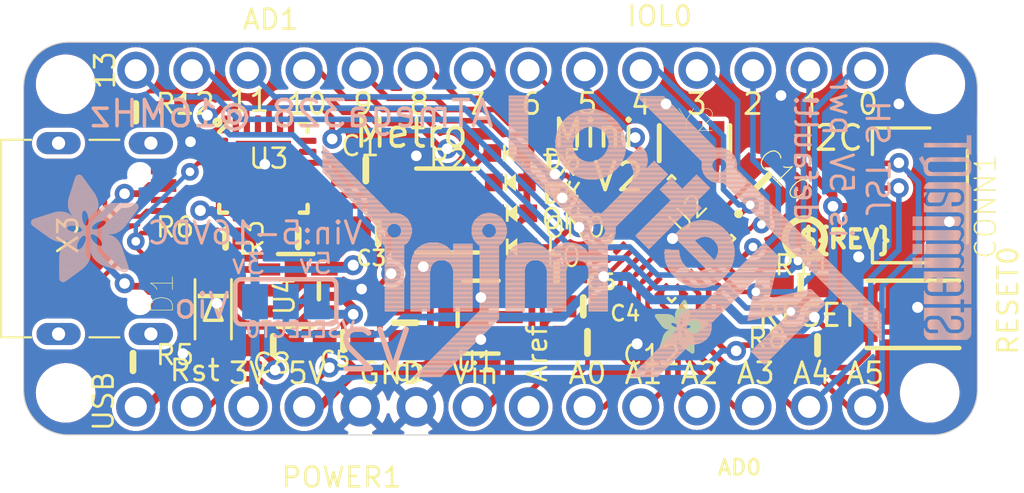
<source format=kicad_pcb>
(kicad_pcb (version 20221018) (generator pcbnew)
  (layers (0 "F.Cu" signal) (31 "B.Cu" signal) (34 "B.Paste" user) (35 "F.Paste" user) (36 "B.SilkS" user "B.Silkscreen") (37 "F.SilkS" user "F.Silkscreen") (38 "B.Mask" user) (39 "F.Mask" user) (44 "Edge.Cuts" user))
  (net 0 "")
  (net 1 "+5V")
  (net 2 "GND")
  (net 3 "AREF")
  (net 4 "RESET")
  (net 5 "VIN")
  (net 6 "SCK")
  (net 7 "MOSI")
  (net 8 "SS")
  (net 9 "DTR")
  (net 10 "XTAL2")
  (net 11 "XTAL1")
  (net 12 "AD0")
  (net 13 "AD1")
  (net 14 "AD2")
  (net 15 "AD3")
  (net 16 "AD4/SDA")
  (net 17 "AD5/SCL")
  (net 18 "IO2")
  (net 19 "IO0")
  (net 20 "IO3")
  (net 21 "IO4")
  (net 22 "IO5")
  (net 23 "IO6")
  (net 24 "IO7")
  (net 25 "IO8")
  (net 26 "IO9")
  (net 27 "3.3V")
  (net 28 "RXD")
  (net 29 "TXD")
  (net 30 "VBUS")
  (net 31 "N$3")
  (net 32 "VCCIO")
  (net 33 "MISO")
  (net 34 "N$1")
  (net 35 "N$12")
  (net 36 "N$15")
  (net 37 "N$6")
  (net 38 "N$7")
  (net 39 "N$4")
  (net 40 "N$2")
  (net 41 "D+")
  (net 42 "D-")
  (net 43 "N$5")
  (net 44 "N$9")
  (net 45 "VBUS_DETECT")
  (footprint "working:BTN_KMR2_4.6X2.8" (layer "F.Cu") (at 167.1701 108.4326)
    (fp_text reference "RESET0")
    (fp_text value "KMR2")
  )
  (footprint "working:0603-NO" (layer "F.Cu") (at 138.2141 109.8296)
    (fp_text reference "C8")
    (fp_text value "0.1uF")
  )
  (footprint "working:1X08_ROUND_70" (layer "F.Cu") (at 140.8811 112.6236)
    (fp_text reference "POWER1")
    (fp_text value "20610" hide)
  )
  (footprint "working:0603-NO" (layer "F.Cu") (at 139.3444 104.9909 180)
    (fp_text reference "R3")
    (fp_text value "22K")
  )
  (footprint "working:0805-NO" (layer "F.Cu") (at 152.4381 109.7026)
    (fp_text reference "C12")
    (fp_text value "10uF")
  )
  (footprint "working:QFN28_4MM_.45MM" (layer "F.Cu") (at 156.2481 105.0036 -135)
    (fp_text reference "U2")
    (fp_text value "ATMEGA328P")
  )
  (footprint "working:FIDUCIAL_1MM" (layer "F.Cu") (at 168.9481 102.5906)
    (fp_text reference "FD2" hide)
    (fp_text value "FIDUCIAL_1MM" hide)
  )
  (footprint "working:0603-NO" (layer "F.Cu") (at 162.8521 109.8296)
    (fp_text reference "R8")
    (fp_text value "10K")
  )
  (footprint "working:0603-NO" (layer "F.Cu") (at 131.9911 99.2886 180)
    (fp_text reference "R1")
    (fp_text value "5.1K")
  )
  (footprint "working:CHIPLED_0603_NOOUTLINE" (layer "F.Cu") (at 149.0091 103.8606 90)
    (fp_text reference "ON0")
    (fp_text value "GREEN")
  )
  (footprint "working:ADAFRUIT_2.5MM" (layer "F.Cu") (at 155.4861 110.2106)
    (fp_text reference "U$5" hide)
    (fp_text value "" hide)
  )
  (footprint "working:0805-NO" (layer "F.Cu") (at 142.9639 104.7496 180)
    (fp_text reference "C3")
    (fp_text value "10uF")
  )
  (footprint "" (layer "F.Cu") (at 128.8161 98.0186)
    (fp_text reference "@HOLE0" hide)
    (fp_text value "")
  )
  (footprint "working:0603-NO" (layer "F.Cu") (at 152.249468 108.073391)
    (fp_text reference "C4")
    (fp_text value "0.1uF")
  )
  (footprint "working:1X06_ROUND" (layer "F.Cu") (at 138.3411 97.3836 180)
    (fp_text reference "AD1")
    (fp_text value "20609" hide)
  )
  (footprint "working:SOD-123FL" (layer "F.Cu") (at 135.4963 108.204 -90)
    (fp_text reference "D1")
    (fp_text value "MBR120")
  )
  (footprint "working:0805-NO" (layer "F.Cu") (at 144.1831 108.8136 -90)
    (fp_text reference "C2")
    (fp_text value "10uF")
  )
  (footprint "working:FIDUCIAL_1MM" (layer "F.Cu") (at 128.6891 102.5906)
    (fp_text reference "FD1" hide)
    (fp_text value "FIDUCIAL_1MM" hide)
  )
  (footprint "working:QFN24_4MM_SMSC" (layer "F.Cu") (at 137.7696 101.8286)
    (fp_text reference "U3")
    (fp_text value "CP210x")
  )
  (footprint "working:RESONATOR" (layer "F.Cu") (at 157.285887 100.6856)
    (fp_text reference "Y2")
    (fp_text value "CSTCE16M0V53-R0 16MHZ")
  )
  (footprint "working:USB_C_CUSB31-CFM2AX-01-X" (layer "F.Cu") (at 129.7051 105.0036 -90)
    (fp_text reference "X3")
    (fp_text value "USB C")
  )
  (footprint "working:RESPACK_4X0603" (layer "F.Cu") (at 146.0881 103.7336 -90)
    (fp_text reference "R2")
    (fp_text value "4.7K")
  )
  (footprint "" (layer "F.Cu") (at 167.9321 111.9886)
    (fp_text reference "@HOLE3" hide)
    (fp_text value "")
  )
  (footprint "working:CHIPLED_0603_NOOUTLINE" (layer "F.Cu") (at 148.8821 101.1301 90)
    (fp_text reference "D5")
    (fp_text value "YELLOW")
  )
  (footprint "working:1X08_ROUND" (layer "F.Cu") (at 156.1211 97.3836)
    (fp_text reference "IOL0")
    (fp_text value "20610" hide)
  )
  (footprint "working:0805-NO" (layer "F.Cu") (at 142.4051 101.8921)
    (fp_text reference "C1")
    (fp_text value "10uF")
  )
  (footprint "working:0603-NO" (layer "F.Cu") (at 162.0901 107.1626)
    (fp_text reference "R11")
    (fp_text value "1K")
  )
  (footprint "" (layer "F.Cu") (at 168.1861 98.0186)
    (fp_text reference "@HOLE2" hide)
    (fp_text value "")
  )
  (footprint "working:1X06_ROUND" (layer "F.Cu") (at 158.6611 112.6236)
    (fp_text reference "AD0")
    (fp_text value "20609")
  )
  (footprint "working:0603-NO" (layer "F.Cu") (at 160.371081 102.417379 135)
    (fp_text reference "C10")
    (fp_text value "0.1uF")
  )
  (footprint "working:PCBFEAT-REV-040" (layer "F.Cu") (at 162.2806 105.0036)
    (fp_text reference "U$4" hide)
    (fp_text value "" hide)
  )
  (footprint "" (layer "F.Cu") (at 128.8161 111.9886)
    (fp_text reference "@HOLE1" hide)
    (fp_text value "")
  )
  (footprint "working:CHIPLED_0603_NOOUTLINE" (layer "F.Cu") (at 149.0091 105.3846 90)
    (fp_text reference "L0")
    (fp_text value "RED")
  )
  (footprint "working:0603-NO" (layer "F.Cu") (at 136.0551 105.0036 180)
    (fp_text reference "R6")
    (fp_text value "10K")
  )
  (footprint "working:0603-NO" (layer "F.Cu") (at 141.3891 109.6391 180)
    (fp_text reference "C5")
    (fp_text value "0.1uF")
  )
  (footprint "working:0603-NO" (layer "F.Cu") (at 151.0411 106.5276)
    (fp_text reference "C6")
    (fp_text value "0.1uF")
  )
  (footprint "working:0603-NO" (layer "F.Cu") (at 131.8641 110.5916 180)
    (fp_text reference "R5")
    (fp_text value "5.1K")
  )
  (footprint "working:CHIPLED_0603_NOOUTLINE" (layer "F.Cu") (at 148.9456 102.4636 90)
    (fp_text reference "D4")
    (fp_text value "YELLOW")
  )
  (footprint "working:JST_SH4" (layer "F.Cu") (at 167.5511 103.0986 90)
    (fp_text reference "CONN1")
    (fp_text value "STEMMA_I2C_QT" hide)
  )
  (footprint "working:SOT23-5" (layer "F.Cu") (at 147.6121 108.5596 90)
    (fp_text reference "U1")
    (fp_text value "MIC5225-5.0")
  )
  (footprint "working:SOT23-5" (layer "F.Cu") (at 139.2301 107.3531 -90)
    (fp_text reference "U4")
    (fp_text value "AP2112K-3.3")
  )
  (footprint "working:SOLDERJUMPER_2WAY_OPEN_NOPASTE" (layer "B.Cu") (at 138.7856 107.8611)
    (fp_text reference "VSELECT0")
    (fp_text value "")
  )
  (footprint "working:STEMMAQT" (layer "B.Cu") (at 167.1701 109.5756 90)
    (fp_text reference "U$6" hide)
    (fp_text value "" hide)
  )
  (footprint "working:METROMINI_SILK" (layer "B.Cu") (at 165.7731 111.2901 180)
    (fp_text reference "U$7" hide)
    (fp_text value "" hide)
  )
  (footprint "working:ADAFRUIT_5MM" (layer "B.Cu") (at 132.1181 106.9721 180)
    (fp_text reference "U$10" hide)
    (fp_text value "" hide)
  )
  (gr_line (start 128.9431 113.8936) (end 168.0591 113.8936) (stroke (width 0.05)) (layer "Edge.Cuts"))
  (gr_arc (start 126.9111 98.1456) (mid 127.506259 96.708759) (end 128.9431 96.1136) (stroke (width 0.05)) (layer "Edge.Cuts"))
  (gr_arc (start 170.0911 111.8616) (mid 169.495941 113.298441) (end 168.0591 113.8936) (stroke (width 0.05)) (layer "Edge.Cuts"))
  (gr_line (start 168.0591 96.1136) (end 128.9431 96.1136) (stroke (width 0.05)) (layer "Edge.Cuts"))
  (gr_arc (start 128.9431 113.8936) (mid 127.506259 113.298441) (end 126.9111 111.8616) (stroke (width 0.05)) (layer "Edge.Cuts"))
  (gr_line (start 170.0911 111.8616) (end 170.0911 98.1456) (stroke (width 0.05)) (layer "Edge.Cuts"))
  (gr_arc (start 168.0591 96.1136) (mid 169.495941 96.708759) (end 170.0911 98.1456) (stroke (width 0.05)) (layer "Edge.Cuts"))
  (gr_line (start 126.9111 98.1456) (end 126.9111 111.8616) (stroke (width 0.05)) (layer "Edge.Cuts"))
  (gr_text "ATmega328 @16MHz" (at 139.0396 99.3521) (layer "B.SilkS") (effects (font (size 1.184656 1.184656) (thickness 0.161544)) (justify mirror)))
  (gr_text "Vio" (at 134.9756 108.0516) (layer "B.SilkS") (effects (font (size 1.1176 1.1176) (thickness 0.1524)) (justify mirror)))
  (gr_text "3v" (at 137.0711 106.1466) (layer "B.SilkS") (effects (font (size 0.89408 0.89408) (thickness 0.12192)) (justify mirror)))
  (gr_text "5v" (at 140.1191 106.1466) (layer "B.SilkS") (effects (font (size 0.89408 0.89408) (thickness 0.12192)) (justify mirror)))
  (gr_text "JST SH\nis 5V pwr\ndefault!" (at 163.9316 101.3841 -90) (layer "B.SilkS") (effects (font (size 1.00584 1.00584) (thickness 0.13716)) (justify mirror)))
  (gr_text "Vin:5-16VDC" (at 137.3886 104.7496) (layer "B.SilkS") (effects (font (size 1.00584 1.00584) (thickness 0.13716)) (justify mirror)))
  (gr_text "V2" (at 142.7861 110.0836) (layer "B.SilkS") (effects (font (size 1.78816 1.78816) (thickness 0.24384)) (justify mirror)))
  (gr_text "L" (at 150.9141 105.3211) (layer "F.SilkS") (effects (font (size 0.89408 0.89408) (thickness 0.12192))))
  (gr_text "A3" (at 160.0581 111.0996) (layer "F.SilkS") (effects (font (size 0.94996 0.94996) (thickness 0.12954))))
  (gr_text "A5" (at 165.0111 111.0996) (layer "F.SilkS") (effects (font (size 0.94996 0.94996) (thickness 0.12954))))
  (gr_text "A4" (at 162.5981 111.0996) (layer "F.SilkS") (effects (font (size 0.94996 0.94996) (thickness 0.12954))))
  (gr_text "13" (at 130.5941 97.3836 90) (layer "F.SilkS") (effects (font (size 0.89408 0.89408) (thickness 0.12192))))
  (gr_text "Vin" (at 147.3581 111.0996) (layer "F.SilkS") (effects (font (size 0.94996 0.94996) (thickness 0.12954))))
  (gr_text "3" (at 157.3911 98.9076) (layer "F.SilkS") (effects (font (size 0.94996 0.94996) (thickness 0.12954))))
  (gr_text "Rst" (at 134.6581 110.9726) (layer "F.SilkS") (effects (font (size 0.94996 0.94996) (thickness 0.12954))))
  (gr_text "0" (at 165.1381 98.9076) (layer "F.SilkS") (effects (font (size 0.94996 0.94996) (thickness 0.12954))))
  (gr_text "A1" (at 154.9781 111.0996) (layer "F.SilkS") (effects (font (size 0.94996 0.94996) (thickness 0.12954))))
  (gr_text "I2C" (at 165.0111 99.7966) (layer "F.SilkS") (effects (font (size 1.1176 1.1176) (thickness 0.1524)) (justify right top)))
  (gr_text "TX" (at 151.1681 101.7016) (layer "F.SilkS") (effects (font (size 0.89408 0.89408) (thickness 0.12192))))
  (gr_text "10" (at 139.7381 98.9076) (layer "F.SilkS") (effects (font (size 0.94996 0.94996) (thickness 0.12954))))
  (gr_text "RESET" (at 160.0581 109.0676) (layer "F.SilkS") (effects (font (size 1.00584 1.00584) (thickness 0.13716)) (justify left bottom)))
  (gr_text "RX" (at 151.2951 102.9716) (layer "F.SilkS") (effects (font (size 0.89408 0.89408) (thickness 0.12192))))
  (gr_text "Metro    Mini" (at 148.2471 100.2411) (layer "F.SilkS") (effects (font (size 1.251712 1.251712) (thickness 0.170688))))
  (gr_text "A2" (at 157.5181 111.0996) (layer "F.SilkS") (effects (font (size 0.94996 0.94996) (thickness 0.12954))))
  (gr_text "V2" (at 153.8351 102.2096) (layer "F.SilkS") (effects (font (size 1.251712 1.251712) (thickness 0.170688))))
  (gr_text "GND" (at 143.5481 111.0996) (layer "F.SilkS") (effects (font (size 0.94996 0.94996) (thickness 0.12954))))
  (gr_text "ON" (at 151.2951 104.1146) (layer "F.SilkS") (effects (font (size 0.89408 0.89408) (thickness 0.12192))))
  (gr_text "7" (at 147.3581 98.9076) (layer "F.SilkS") (effects (font (size 0.94996 0.94996) (thickness 0.12954))))
  (gr_text "12" (at 134.6581 98.9076) (layer "F.SilkS") (effects (font (size 0.94996 0.94996) (thickness 0.12954))))
  (gr_text "5V" (at 139.7381 111.0996) (layer "F.SilkS") (effects (font (size 0.94996 0.94996) (thickness 0.12954))))
  (gr_text "3V" (at 137.0711 111.0996) (layer "F.SilkS") (effects (font (size 0.94996 0.94996) (thickness 0.12954))))
  (gr_text "6" (at 149.8981 98.9076) (layer "F.SilkS") (effects (font (size 0.94996 0.94996) (thickness 0.12954))))
  (gr_text "1" (at 162.5981 98.9076) (layer "F.SilkS") (effects (font (size 0.94996 0.94996) (thickness 0.12954))))
  (gr_text "8" (at 144.8181 98.9076) (layer "F.SilkS") (effects (font (size 0.94996 0.94996) (thickness 0.12954))))
  (gr_text "11" (at 137.1346 98.7806) (layer "F.SilkS") (effects (font (size 0.94996 0.94996) (thickness 0.12954))))
  (gr_text "5" (at 152.4381 98.9076) (layer "F.SilkS") (effects (font (size 0.94996 0.94996) (thickness 0.12954))))
  (gr_text "A0" (at 152.4381 111.0996) (layer "F.SilkS") (effects (font (size 0.94996 0.94996) (thickness 0.12954))))
  (gr_text "4" (at 154.8511 98.9076) (layer "F.SilkS") (effects (font (size 0.94996 0.94996) (thickness 0.12954))))
  (gr_text "9" (at 142.2781 98.9076) (layer "F.SilkS") (effects (font (size 0.94996 0.94996) (thickness 0.12954))))
  (gr_text "Aref" (at 150.1521 110.2106 90) (layer "F.SilkS") (effects (font (size 0.89408 0.89408) (thickness 0.12192))))
  (gr_text "2" (at 159.9311 98.9076) (layer "F.SilkS") (effects (font (size 0.94996 0.94996) (thickness 0.12954))))
  (gr_text "USB" (at 130.5306 112.3696 90) (layer "F.SilkS") (effects (font (size 0.89408 0.89408) (thickness 0.12192))))
  (segment (start 146.3421 106.1466) (end 145.3261 107.1626) (width 0.3048) (layer "F.Cu") (net 1))
  (segment (start 136.7282 106.5665) (end 135.4963 106.5665) (width 0.3048) (layer "F.Cu") (net 1))
  (segment (start 142.1511 111.0996) (end 141.3891 110.3376) (width 0.254) (layer "F.Cu") (net 1))
  (segment (start 136.7155 107.9246) (end 136.7155 106.5792) (width 0.4064) (layer "F.Cu") (net 1))
  (segment (start 149.6956 102.4636) (end 149.6956 103.7971) (width 0.3048) (layer "F.Cu") (net 1))
  (segment (start 139.6111 112.6236) (end 140.3096 112.6236) (width 0.4064) (layer "F.Cu") (net 1))
  (segment (start 149.6956 101.1936) (end 149.6956 102.4636) (width 0.3048) (layer "F.Cu") (net 1))
  (segment (start 137.93 108.3031) (end 137.094 108.3031) (width 0.4064) (layer "F.Cu") (net 1))
  (segment (start 139.761862 107.6217) (end 139.080462 108.3031) (width 0.4064) (layer "F.Cu") (net 1))
  (segment (start 149.7591 103.8606) (end 149.0091 104.6106) (width 0.3048) (layer "F.Cu") (net 1))
  (segment (start 142.1511 111.0996) (end 143.0376 111.0996) (width 0.4064) (layer "F.Cu") (net 1))
  (segment (start 149.6956 103.7971) (end 149.7591 103.8606) (width 0.3048) (layer "F.Cu") (net 1))
  (segment (start 145.3261 107.1626) (end 145.3261 109.5096) (width 0.3048) (layer "F.Cu") (net 1))
  (segment (start 141.8336 108.156763) (end 141.8336 108.4326) (width 0.4064) (layer "F.Cu") (net 1))
  (segment (start 141.8336 108.4326) (end 141.3891 108.8771) (width 0.3048) (layer "F.Cu") (net 1))
  (segment (start 144.1831 109.9541) (end 143.0376 111.0996) (width 0.4064) (layer "F.Cu") (net 1))
  (segment (start 139.761862 107.6217) (end 141.298537 107.6217) (width 0.4064) (layer "F.Cu") (net 1))
  (segment (start 144.1831 109.7636) (end 144.4371 109.5096) (width 0.4064) (layer "F.Cu") (net 1))
  (segment (start 148.9456 106.1466) (end 146.3421 106.1466) (width 0.3048) (layer "F.Cu") (net 1))
  (segment (start 141.298537 107.6217) (end 141.8336 108.156763) (width 0.4064) (layer "F.Cu") (net 1))
  (segment (start 145.3261 109.5096) (end 146.312 109.5096) (width 0.4064) (layer "F.Cu") (net 1))
  (segment (start 141.8336 111.0996) (end 140.3096 112.6236) (width 0.4064) (layer "F.Cu") (net 1))
  (segment (start 137.094 108.3031) (end 136.7155 107.9246) (width 0.4064) (layer "F.Cu") (net 1))
  (segment (start 144.1831 109.9541) (end 144.1831 109.7636) (width 0.4064) (layer "F.Cu") (net 1))
  (segment (start 137.93 106.4031) (end 136.8916 106.4031) (width 0.3048) (layer "F.Cu") (net 1))
  (segment (start 144.4371 109.5096) (end 145.3261 109.5096) (width 0.4064) (layer "F.Cu") (net 1))
  (segment (start 136.76035 106.53435) (end 136.7282 106.5665) (width 0.3048) (layer "F.Cu") (net 1))
  (segment (start 149.0091 104.6106) (end 149.0091 106.0831) (width 0.254) (layer "F.Cu") (net 1))
  (segment (start 136.7155 106.5792) (end 136.76035 106.53435) (width 0.4064) (layer "F.Cu") (net 1))
  (segment (start 149.0091 106.0831) (end 148.9456 106.1466) (width 0.3048) (layer "F.Cu") (net 1))
  (segment (start 149.6321 101.1301) (end 149.6956 101.1936) (width 0.3048) (layer "F.Cu") (net 1))
  (segment (start 136.8916 106.4031) (end 136.76035 106.53435) (width 0.3048) (layer "F.Cu") (net 1))
  (segment (start 141.3891 108.8771) (end 141.3891 110.3376) (width 0.2032) (layer "F.Cu") (net 1))
  (segment (start 139.080462 108.3031) (end 137.93 108.3031) (width 0.4064) (layer "F.Cu") (net 1))
  (segment (start 141.8336 111.0996) (end 142.1511 111.0996) (width 0.4064) (layer "F.Cu") (net 1))
  (via (at 141.8336 108.4326) (size 0.889) (drill 0.4826) (layers "F.Cu" "B.Cu") (net 1))
  (segment (start 140.8176 108.4326) (end 141.8336 108.4326) (width 0.4064) (layer "B.Cu") (net 1))
  (segment (start 140.2461 107.8611) (end 140.1826 107.8611) (width 0.4064) (layer "B.Cu") (net 1))
  (segment (start 140.8176 108.4326) (end 140.2461 107.8611) (width 0.4064) (layer "B.Cu") (net 1))
  (segment (start 154.858634 106.393066) (end 156.2481 105.0036) (width 0.2032) (layer "F.Cu") (net 2))
  (segment (start 133.2501 101.8036) (end 133.4097 101.644) (width 0.4064) (layer "F.Cu") (net 2))
  (segment (start 143.9139 104.9553) (end 142.6932 106.176) (width 0.4064) (layer "F.Cu") (net 2))
  (segment (start 154.858634 106.393066) (end 154.3431 106.9086) (width 0.2032) (layer "F.Cu") (net 2))
  (segment (start 134.2009 108.7374) (end 134.2009 110.1344) (width 0.4064) (layer "F.Cu") (net 2))
  (segment (start 138.2386 109.0041) (end 138.078993 109.0041) (width 0.3048) (layer "F.Cu") (net 2))
  (segment (start 150.161768 106.556932) (end 149.8591 106.5666) (width 0.4064) (layer "F.Cu") (net 2))
  (segment (start 154.3431 109.427204) (end 154.685021 109.769125) (width 0.3048) (layer "F.Cu") (net 2))
  (segment (start 144.1831 107.8636) (end 144.1831 107.0991) (width 0.3048) (layer "F.Cu") (net 2))
  (segment (start 133.6671 108.2036) (end 134.2009 108.7374) (width 0.4064) (layer "F.Cu") (net 2))
  (segment (start 135.6868 107.9373) (end 135.6614 107.9373) (width 0.3048) (layer "F.Cu") (net 2))
  (segment (start 133.4097 101.644) (end 133.626912 101.644) (width 0.4064) (layer "F.Cu") (net 2))
  (segment (start 144.1831 107.0991) (end 145.0086 106.2736) (width 0.3048) (layer "F.Cu") (net 2))
  (segment (start 137.93 107.3531) (end 138.5951 107.3531) (width 0.4064) (layer "F.Cu") (net 2))
  (segment (start 138.048893 108.974) (end 136.7235 108.974) (width 0.3048) (layer "F.Cu") (net 2))
  (segment (start 139.0641 109.8296) (end 138.2386 109.0041) (width 0.3048) (layer "F.Cu") (net 2))
  (segment (start 154.3431 106.9086) (end 154.3431 109.427204) (width 0.2032) (layer "F.Cu") (net 2))
  (segment (start 157.637562 103.614138) (end 156.2481 105.0036) (width 0.2032) (layer "F.Cu") (net 2))
  (segment (start 139.3816 105.8037) (end 139.3816 106.5666) (width 0.4064) (layer "F.Cu") (net 2))
  (segment (start 135.7696 101.0786) (end 135.1146 101.0786) (width 0.3048) (layer "F.Cu") (net 2))
  (segment (start 137.0196 101.0786) (end 137.7696 101.8286) (width 0.3048) (layer "F.Cu") (net 2))
  (segment (start 143.9139 104.7496) (end 143.9139 104.9553) (width 0.4064) (layer "F.Cu") (net 2))
  (segment (start 135.7696 101.0786) (end 137.0196 101.0786) (width 0.3048) (layer "F.Cu") (net 2))
  (segment (start 138.078993 109.0041) (end 138.048893 108.974) (width 0.3048) (layer "F.Cu") (net 2))
  (segment (start 134.2009 110.1344) (end 134.1247 110.2106) (width 0.4064) (layer "F.Cu") (net 2))
  (segment (start 150.161768 106.556932) (end 150.1911 106.5276) (width 0.4064) (layer "F.Cu") (net 2))
  (segment (start 142.6932 106.566163) (end 142.2146 107.044763) (width 0.4064) (layer "F.Cu") (net 2))
  (segment (start 142.6932 106.176) (end 142.6932 106.566163) (width 0.4064) (layer "F.Cu") (net 2))
  (segment (start 139.3816 105.8037) (end 140.1944 104.9909) (width 0.4064) (layer "F.Cu") (net 2))
  (segment (start 138.5951 107.3531) (end 139.3816 106.5666) (width 0.4064) (layer "F.Cu") (net 2))
  (segment (start 133.2501 108.2036) (end 133.6671 108.2036) (width 0.4064) (layer "F.Cu") (net 2))
  (segment (start 136.7235 108.974) (end 135.6868 107.9373) (width 0.3048) (layer "F.Cu") (net 2))
  (segment (start 142.2146 107.044763) (end 142.2146 107.2896) (width 0.4064) (layer "F.Cu") (net 2))
  (segment (start 133.626912 101.644) (end 134.4676 100.803313) (width 0.4064) (layer "F.Cu") (net 2))
  (segment (start 134.4676 100.803313) (end 134.4676 100.6221) (width 0.4064) (layer "F.Cu") (net 2))
  (via (at 167.385021 108.118125) (size 0.9064) (drill 0.5) (layers "F.Cu" "B.Cu") (net 2))
  (via (at 134.1247 110.2106) (size 0.889) (drill 0.4826) (layers "F.Cu" "B.Cu") (net 2))
  (via (at 137.8331 101.6381) (size 0.889) (drill 0.4826) (layers "F.Cu" "B.Cu") (net 2))
  (via (at 145.0086 106.2736) (size 0.889) (drill 0.4826) (layers "F.Cu" "B.Cu") (net 2))
  (via (at 168.8211 104.2416) (size 0.889) (drill 0.4826) (layers "F.Cu" "B.Cu") (net 2))
  (via (at 155.9941 98.9076) (size 0.889) (drill 0.4826) (layers "F.Cu" "B.Cu") (net 2))
  (via (at 144.6911 101.2571) (size 0.889) (drill 0.4826) (layers "F.Cu" "B.Cu") (net 2))
  (via (at 161.2011 98.5266) (size 0.889) (drill 0.4826) (layers "F.Cu" "B.Cu") (net 2))
  (via (at 154.685021 109.769125) (size 0.9064) (drill 0.5) (layers "F.Cu" "B.Cu") (net 2))
  (via (at 147.6121 107.6706) (size 0.889) (drill 0.4826) (layers "F.Cu" "B.Cu") (net 2))
  (via (at 134.4676 100.6221) (size 0.889) (drill 0.4826) (layers "F.Cu" "B.Cu") (net 2))
  (via (at 156.287178 105.000575) (size 0.9064) (drill 0.5) (layers "F.Cu" "B.Cu") (net 2))
  (via (at 135.6614 107.9373) (size 0.889) (drill 0.4826) (layers "F.Cu" "B.Cu") (net 2))
  (via (at 164.718021 105.832125) (size 0.9064) (drill 0.5) (layers "F.Cu" "B.Cu") (net 2))
  (via (at 142.2146 107.2896) (size 0.889) (drill 0.4826) (layers "F.Cu" "B.Cu") (net 2))
  (via (at 166.5351 98.9076) (size 0.889) (drill 0.4826) (layers "F.Cu" "B.Cu") (net 2))
  (via (at 147.6121 109.5756) (size 0.889) (drill 0.4826) (layers "F.Cu" "B.Cu") (net 2))
  (segment (start 152.4381 110.7186) (end 152.3111 110.8456) (width 0.2032) (layer "F.Cu") (net 3))
  (segment (start 152.4381 108.8136) (end 152.4381 110.7186) (width 0.2032) (layer "F.Cu") (net 3))
  (segment (start 153.9367 106.678604) (end 153.9367 107.082791) (width 0.2032) (layer "F.Cu") (net 3))
  (segment (start 151.8031 111.3536) (end 150.4061 111.3536) (width 0.254) (layer "F.Cu") (net 3))
  (segment (start 152.4381 108.8136) (end 152.4381 108.73476) (width 0.254) (layer "F.Cu") (net 3))
  (segment (start 153.9367 107.082791) (end 153.099468 107.920022) (width 0.2032) (layer "F.Cu") (net 3))
  (segment (start 149.7711 112.6236) (end 149.7711 111.9886) (width 0.254) (layer "F.Cu") (net 3))
  (segment (start 150.4061 111.3536) (end 149.7711 111.9886) (width 0.254) (layer "F.Cu") (net 3))
  (segment (start 152.4381 108.73476) (end 153.099468 108.073391) (width 0.254) (layer "F.Cu") (net 3))
  (segment (start 154.540434 106.074869) (end 153.9367 106.678604) (width 0.2032) (layer "F.Cu") (net 3))
  (segment (start 152.3111 110.8456) (end 151.8031 111.3536) (width 0.254) (layer "F.Cu") (net 3))
  (segment (start 153.099468 108.073391) (end 153.099468 107.920022) (width 0.2032) (layer "F.Cu") (net 3))
  (segment (start 162.0021 109.8296) (end 159.4231 109.8296) (width 0.254) (layer "F.Cu") (net 4))
  (segment (start 159.1691 110.0836) (end 158.696962 110.0836) (width 0.254) (layer "F.Cu") (net 4))
  (segment (start 165.1381 109.2506) (end 165.1201 109.2326) (width 0.254) (layer "F.Cu") (net 4))
  (segment (start 159.1691 110.0836) (end 159.4231 109.8296) (width 0.254) (layer "F.Cu") (net 4))
  (segment (start 157.637562 106.393066) (end 158.3817 107.137204) (width 0.2032) (layer "F.Cu") (net 4))
  (segment (start 162.0021 110.6306) (end 162.2171 110.8456) (width 0.254) (layer "F.Cu") (net 4))
  (segment (start 134.5311 112.6236) (end 135.2931 112.6236) (width 0.254) (layer "F.Cu") (net 4))
  (segment (start 158.3817 107.137204) (end 158.3817 109.768338) (width 0.254) (layer "F.Cu") (net 4))
  (segment (start 162.0021 109.8296) (end 162.0021 110.6306) (width 0.254) (layer "F.Cu") (net 4))
  (segment (start 138.748993 111.761494) (end 139.106087 111.4044) (width 0.254) (layer "F.Cu") (net 4))
  (segment (start 140.7541 110.8456) (end 140.1953 111.4044) (width 0.254) (layer "F.Cu") (net 4))
  (segment (start 137.986993 111.761494) (end 138.748993 111.761494) (width 0.254) (layer "F.Cu") (net 4))
  (segment (start 158.696962 110.0836) (end 158.3817 109.768338) (width 0.254) (layer "F.Cu") (net 4))
  (segment (start 135.2931 112.6236) (end 136.5631 111.3536) (width 0.254) (layer "F.Cu") (net 4))
  (segment (start 165.1201 109.2326) (end 169.2201 109.2326) (width 0.254) (layer "F.Cu") (net 4))
  (segment (start 164.5031 110.8456) (end 165.1381 110.2106) (width 0.254) (layer "F.Cu") (net 4))
  (segment (start 162.2171 110.8456) (end 164.5031 110.8456) (width 0.254) (layer "F.Cu") (net 4))
  (segment (start 137.5791 111.3536) (end 137.986993 111.761494) (width 0.254) (layer "F.Cu") (net 4))
  (segment (start 165.1381 110.2106) (end 165.1381 109.2506) (width 0.254) (layer "F.Cu") (net 4))
  (segment (start 136.5631 111.3536) (end 137.5791 111.3536) (width 0.254) (layer "F.Cu") (net 4))
  (segment (start 140.7541 110.8456) (end 140.5391 110.6306) (width 0.254) (layer "F.Cu") (net 4))
  (segment (start 139.106087 111.4044) (end 140.1953 111.4044) (width 0.254) (layer "F.Cu") (net 4))
  (segment (start 140.5391 109.6391) (end 140.5391 110.6306) (width 0.254) (layer "F.Cu") (net 4))
  (via (at 140.7541 110.8456) (size 0.889) (drill 0.4826) (layers "F.Cu" "B.Cu") (net 4))
  (via (at 159.1691 110.0836) (size 0.889) (drill 0.4826) (layers "F.Cu" "B.Cu") (net 4))
  (segment (start 158.5341 110.0836) (end 157.7721 110.8456) (width 0.254) (layer "B.Cu") (net 4))
  (segment (start 159.1691 110.0836) (end 158.5341 110.0836) (width 0.254) (layer "B.Cu") (net 4))
  (segment (start 140.7541 110.8456) (end 157.7721 110.8456) (width 0.254) (layer "B.Cu") (net 4))
  (segment (start 147.2311 112.6236) (end 147.8661 112.6236) (width 0.4064) (layer "F.Cu") (net 5))
  (segment (start 148.9122 107.6096) (end 149.4561 107.6096) (width 0.3048) (layer "F.Cu") (net 5))
  (segment (start 149.922481 109.279982) (end 150.1521 109.5096) (width 0.4064) (layer "F.Cu") (net 5))
  (segment (start 149.922481 108.075982) (end 149.922481 109.279982) (width 0.3048) (layer "F.Cu") (net 5))
  (segment (start 148.9122 109.5096) (end 150.1521 109.5096) (width 0.4064) (layer "F.Cu") (net 5))
  (segment (start 150.1521 109.5096) (end 151.2951 109.5096) (width 0.4064) (layer "F.Cu") (net 5))
  (segment (start 151.2951 109.5096) (end 151.4881 109.7026) (width 0.4064) (layer "F.Cu") (net 5))
  (segment (start 148.9122 111.5775) (end 148.9122 109.5096) (width 0.4064) (layer "F.Cu") (net 5))
  (segment (start 148.9122 111.5775) (end 147.8661 112.6236) (width 0.4064) (layer "F.Cu") (net 5))
  (segment (start 149.4561 107.6096) (end 149.922481 108.075982) (width 0.3048) (layer "F.Cu") (net 5))
  (segment (start 151.6761 104.4956) (end 150.7871 105.3846) (width 0.254) (layer "F.Cu") (net 6))
  (segment (start 152.0571 104.4956) (end 151.6761 104.4956) (width 0.254) (layer "F.Cu") (net 6))
  (segment (start 153.90404 105.438472) (end 153.253968 105.438472) (width 0.2032) (layer "F.Cu") (net 6))
  (segment (start 149.7591 105.3846) (end 150.7871 105.3846) (width 0.254) (layer "F.Cu") (net 6))
  (segment (start 153.253968 105.438472) (end 152.311096 104.4956) (width 0.2032) (layer "F.Cu") (net 6))
  (segment (start 152.311096 104.4956) (end 152.0571 104.4956) (width 0.2032) (layer "F.Cu") (net 6))
  (via (at 152.0571 104.4956) (size 0.889) (drill 0.4826) (layers "F.Cu" "B.Cu") (net 6))
  (segment (start 136.6266 99.6061) (end 135.6106 98.5901) (width 0.254) (layer "B.Cu") (net 6))
  (segment (start 152.0571 104.4956) (end 151.4856 104.4956) (width 0.254) (layer "B.Cu") (net 6))
  (segment (start 133.1976 98.5901) (end 131.9911 97.3836) (width 0.254) (layer "B.Cu") (net 6))
  (segment (start 151.4856 104.4956) (end 146.5961 99.6061) (width 0.254) (layer "B.Cu") (net 6))
  (segment (start 146.5961 99.6061) (end 136.6266 99.6061) (width 0.254) (layer "B.Cu") (net 6))
  (segment (start 135.6106 98.5901) (end 133.1976 98.5901) (width 0.254) (layer "B.Cu") (net 6))
  (segment (start 154.186603 104.250535) (end 153.855337 103.919269) (width 0.2032) (layer "F.Cu") (net 7))
  (segment (start 153.855337 103.919269) (end 153.258768 103.919269) (width 0.2032) (layer "F.Cu") (net 7))
  (segment (start 150.9776 102.0826) (end 151.0411 102.1461) (width 0.254) (layer "F.Cu") (net 7))
  (segment (start 154.222237 104.250535) (end 154.186603 104.250535) (width 0.2032) (layer "F.Cu") (net 7))
  (segment (start 151.485603 102.146104) (end 151.0411 102.1461) (width 0.254) (layer "F.Cu") (net 7))
  (segment (start 153.258768 103.919269) (end 151.485603 102.146104) (width 0.2032) (layer "F.Cu") (net 7))
  (via (at 150.9776 102.0826) (size 0.889) (drill 0.4826) (layers "F.Cu" "B.Cu") (net 7))
  (segment (start 138.2776 98.5901) (end 137.0711 97.3836) (width 0.254) (layer "B.Cu") (net 7))
  (segment (start 147.1676 98.5901) (end 138.2776 98.5901) (width 0.254) (layer "B.Cu") (net 7))
  (segment (start 150.7871 102.2096) (end 147.1676 98.5901) (width 0.254) (layer "B.Cu") (net 7))
  (segment (start 150.9776 102.0826) (end 150.8506 102.2096) (width 0.254) (layer "B.Cu") (net 7))
  (segment (start 150.8506 102.2096) (end 150.7871 102.2096) (width 0.254) (layer "B.Cu") (net 7))
  (segment (start 142.6591 98.6536) (end 141.5161 98.6536) (width 0.254) (layer "F.Cu") (net 8))
  (segment (start 153.4541 103.4796) (end 150.2791 100.3046) (width 0.2032) (layer "F.Cu") (net 8))
  (segment (start 148.6281 100.3046) (end 147.9931 99.6696) (width 0.254) (layer "F.Cu") (net 8))
  (segment (start 150.2791 100.3046) (end 148.6281 100.3046) (width 0.2032) (layer "F.Cu") (net 8))
  (segment (start 145.3261 99.1616) (end 143.1671 99.1616) (width 0.254) (layer "F.Cu") (net 8))
  (segment (start 141.5161 98.6536) (end 140.2461 97.3836) (width 0.254) (layer "F.Cu") (net 8))
  (segment (start 147.9931 99.6696) (end 145.8341 99.6696) (width 0.254) (layer "F.Cu") (net 8))
  (segment (start 140.2461 97.3836) (end 139.6111 97.3836) (width 0.254) (layer "F.Cu") (net 8))
  (segment (start 154.540434 103.932335) (end 154.0877 103.4796) (width 0.2032) (layer "F.Cu") (net 8))
  (segment (start 143.1671 99.1616) (end 142.6591 98.6536) (width 0.254) (layer "F.Cu") (net 8))
  (segment (start 154.0877 103.4796) (end 153.4541 103.4796) (width 0.2032) (layer "F.Cu") (net 8))
  (segment (start 145.8341 99.6696) (end 145.3261 99.1616) (width 0.254) (layer "F.Cu") (net 8))
  (segment (start 135.2296 99.4156) (end 135.5471 99.4156) (width 0.254) (layer "F.Cu") (net 9))
  (segment (start 136.9441 99.0981) (end 135.8646 99.0981) (width 0.254) (layer "F.Cu") (net 9))
  (segment (start 137.0076 99.1616) (end 136.9441 99.0981) (width 0.254) (layer "F.Cu") (net 9))
  (segment (start 143.0401 107.0991) (end 143.0401 109.291907) (width 0.254) (layer "F.Cu") (net 9))
  (segment (start 143.5481 106.5911) (end 143.0401 107.0991) (width 0.254) (layer "F.Cu") (net 9))
  (segment (start 135.8646 99.0981) (end 135.5471 99.4156) (width 0.254) (layer "F.Cu") (net 9))
  (segment (start 137.0076 99.1616) (end 137.0076 99.8166) (width 0.254) (layer "F.Cu") (net 9))
  (segment (start 137.0196 99.8286) (end 137.0076 99.8166) (width 0.254) (layer "F.Cu") (net 9))
  (segment (start 143.0401 109.291907) (end 142.2391 109.6391) (width 0.254) (layer "F.Cu") (net 9))
  (via (at 135.2296 99.4156) (size 0.9064) (drill 0.5) (layers "F.Cu" "B.Cu") (net 9))
  (via (at 143.5481 106.5911) (size 0.889) (drill 0.4826) (layers "F.Cu" "B.Cu") (net 9))
  (segment (start 142.1511 103.3526) (end 142.1511 103.9876) (width 0.254) (layer "B.Cu") (net 9))
  (segment (start 143.2306 105.0671) (end 142.1511 103.9876) (width 0.254) (layer "B.Cu") (net 9))
  (segment (start 143.2306 105.0671) (end 143.2306 106.2736) (width 0.254) (layer "B.Cu") (net 9))
  (segment (start 136.2456 100.3046) (end 139.1031 100.3046) (width 0.254) (layer "B.Cu") (net 9))
  (segment (start 135.2296 99.4156) (end 135.3566 99.4156) (width 0.254) (layer "B.Cu") (net 9))
  (segment (start 136.2456 100.3046) (end 135.3566 99.4156) (width 0.254) (layer "B.Cu") (net 9))
  (segment (start 143.2306 106.2736) (end 143.5481 106.5911) (width 0.254) (layer "B.Cu") (net 9))
  (segment (start 139.1031 100.3046) (end 142.1511 103.3526) (width 0.254) (layer "B.Cu") (net 9))
  (segment (start 157.009028 102.010079) (end 157.332434 102.333485) (width 0.2032) (layer "F.Cu") (net 10))
  (segment (start 156.450978 102.010079) (end 157.009028 102.010079) (width 0.2032) (layer "F.Cu") (net 10))
  (segment (start 156.285887 100.6856) (end 156.285887 101.844988) (width 0.254) (layer "F.Cu") (net 10))
  (segment (start 156.285887 101.844988) (end 156.450978 102.010079) (width 0.2032) (layer "F.Cu") (net 10))
  (segment (start 157.332434 102.610838) (end 157.001165 102.942107) (width 0.2032) (layer "F.Cu") (net 10))
  (segment (start 157.001165 102.942107) (end 157.001165 102.977741) (width 0.2032) (layer "F.Cu") (net 10))
  (segment (start 157.332434 102.333485) (end 157.332434 102.610838) (width 0.2032) (layer "F.Cu") (net 10))
  (segment (start 158.285887 101.833044) (end 158.285887 100.6856) (width 0.254) (layer "F.Cu") (net 11))
  (segment (start 157.319365 103.295938) (end 158.285887 102.329416) (width 0.2032) (layer "F.Cu") (net 11))
  (segment (start 158.285887 102.329416) (end 158.285887 101.833044) (width 0.2032) (layer "F.Cu") (net 11))
  (segment (start 154.8765 111.4552) (end 154.367131 111.4552) (width 0.254) (layer "F.Cu") (net 12))
  (segment (start 154.7495 107.138597) (end 154.7495 108.447769) (width 0.2032) (layer "F.Cu") (net 12))
  (segment (start 155.176831 106.711266) (end 154.7495 107.138597) (width 0.2032) (layer "F.Cu") (net 12))
  (segment (start 155.6131 109.311369) (end 155.6131 110.7186) (width 0.254) (layer "F.Cu") (net 12))
  (segment (start 153.198731 112.6236) (end 152.3111 112.6236) (width 0.254) (layer "F.Cu") (net 12))
  (segment (start 155.6131 110.7186) (end 154.8765 111.4552) (width 0.254) (layer "F.Cu") (net 12))
  (segment (start 154.367131 111.4552) (end 153.198731 112.6236) (width 0.254) (layer "F.Cu") (net 12))
  (segment (start 154.7495 108.447769) (end 155.6131 109.311369) (width 0.2032) (layer "F.Cu") (net 12))
  (segment (start 155.1559 108.1024) (end 156.077834 109.024335) (width 0.2032) (layer "F.Cu") (net 13))
  (segment (start 156.077834 111.650866) (end 155.1051 112.6236) (width 0.254) (layer "F.Cu") (net 13))
  (segment (start 155.1559 107.368594) (end 155.1559 108.1024) (width 0.2032) (layer "F.Cu") (net 13))
  (segment (start 155.1051 112.6236) (end 154.8511 112.6236) (width 0.254) (layer "F.Cu") (net 13))
  (segment (start 156.077834 109.024335) (end 156.077834 111.650866) (width 0.254) (layer "F.Cu") (net 13))
  (segment (start 155.495031 107.029463) (end 155.1559 107.368594) (width 0.2032) (layer "F.Cu") (net 13))
  (segment (start 155.813228 107.34766) (end 155.813228 107.997729) (width 0.2032) (layer "F.Cu") (net 14))
  (segment (start 155.9941 108.1786) (end 156.535037 108.719538) (width 0.254) (layer "F.Cu") (net 14))
  (segment (start 156.535037 108.719538) (end 156.535037 111.871513) (width 0.254) (layer "F.Cu") (net 14))
  (segment (start 155.813228 107.997729) (end 155.9941 108.1786) (width 0.2032) (layer "F.Cu") (net 14))
  (segment (start 157.287125 112.6236) (end 156.535037 111.871513) (width 0.254) (layer "F.Cu") (net 14))
  (segment (start 157.3911 112.6236) (end 157.287125 112.6236) (width 0.254) (layer "F.Cu") (net 14))
  (segment (start 156.682968 107.34766) (end 156.682968 108.10966) (width 0.2032) (layer "F.Cu") (net 15))
  (segment (start 157.0101 108.436791) (end 156.682968 108.10966) (width 0.2032) (layer "F.Cu") (net 15))
  (segment (start 157.0101 108.436791) (end 157.0101 110.5281) (width 0.254) (layer "F.Cu") (net 15))
  (segment (start 159.1056 112.6236) (end 157.0101 110.5281) (width 0.254) (layer "F.Cu") (net 15))
  (segment (start 159.9311 112.6236) (end 159.1056 112.6236) (width 0.254) (layer "F.Cu") (net 15))
  (segment (start 165.1561 102.7176) (end 165.0371 102.5986) (width 0.254) (layer "F.Cu") (net 16))
  (segment (start 161.7091 112.6236) (end 162.4711 112.6236) (width 0.254) (layer "F.Cu") (net 16))
  (segment (start 161.7091 112.6236) (end 160.5026 111.4171) (width 0.254) (layer "F.Cu") (net 16))
  (segment (start 157.4673 107.495597) (end 157.4673 110.2741) (width 0.254) (layer "F.Cu") (net 16))
  (segment (start 157.001165 107.029463) (end 157.4673 107.495597) (width 0.2032) (layer "F.Cu") (net 16))
  (segment (start 158.6103 111.4171) (end 160.5026 111.4171) (width 0.254) (layer "F.Cu") (net 16))
  (segment (start 166.5351 102.7176) (end 165.1561 102.7176) (width 0.254) (layer "F.Cu") (net 16))
  (segment (start 157.4673 110.2741) (end 158.6103 111.4171) (width 0.254) (layer "F.Cu") (net 16))
  (via (at 166.5351 102.7176) (size 0.889) (drill 0.4826) (layers "F.Cu" "B.Cu") (net 16))
  (segment (start 166.5351 105.5116) (end 166.5351 102.7176) (width 0.254) (layer "B.Cu") (net 16))
  (segment (start 162.4711 112.6236) (end 165.2651 109.8296) (width 0.254) (layer "B.Cu") (net 16))
  (segment (start 165.2651 106.7816) (end 165.2651 109.8296) (width 0.254) (layer "B.Cu") (net 16))
  (segment (start 165.2651 106.7816) (end 166.5351 105.5116) (width 0.254) (layer "B.Cu") (net 16))
  (segment (start 157.9245 109.957719) (end 158.863181 110.8964) (width 0.254) (layer "F.Cu") (net 17))
  (segment (start 164.2491 112.6236) (end 165.0111 112.6236) (width 0.254) (layer "F.Cu") (net 17))
  (segment (start 158.863181 110.8964) (end 160.691981 110.8964) (width 0.254) (layer "F.Cu") (net 17))
  (segment (start 166.5111 101.5986) (end 166.5351 101.5746) (width 0.254) (layer "F.Cu") (net 17))
  (segment (start 163.0807 111.4552) (end 164.2491 112.6236) (width 0.254) (layer "F.Cu") (net 17))
  (segment (start 165.0371 101.5986) (end 166.5111 101.5986) (width 0.254) (layer "F.Cu") (net 17))
  (segment (start 157.9245 107.3164) (end 157.9245 109.957719) (width 0.254) (layer "F.Cu") (net 17))
  (segment (start 161.250781 111.4552) (end 163.0807 111.4552) (width 0.254) (layer "F.Cu") (net 17))
  (segment (start 157.319365 106.711266) (end 157.9245 107.3164) (width 0.2032) (layer "F.Cu") (net 17))
  (segment (start 160.691981 110.8964) (end 161.250781 111.4552) (width 0.254) (layer "F.Cu") (net 17))
  (via (at 166.5351 101.5746) (size 0.889) (drill 0.4826) (layers "F.Cu" "B.Cu") (net 17))
  (segment (start 166.5351 101.5746) (end 167.4241 102.4636) (width 0.254) (layer "B.Cu") (net 17))
  (segment (start 165.7731 107.1626) (end 165.7731 111.8616) (width 0.254) (layer "B.Cu") (net 17))
  (segment (start 167.4241 102.4636) (end 167.4241 105.5116) (width 0.254) (layer "B.Cu") (net 17))
  (segment (start 167.4241 105.5116) (end 165.7731 107.1626) (width 0.254) (layer "B.Cu") (net 17))
  (segment (start 165.7731 111.8616) (end 165.0111 112.6236) (width 0.254) (layer "B.Cu") (net 17))
  (segment (start 159.506834 105.808866) (end 159.9311 105.3846) (width 0.254) (layer "F.Cu") (net 18))
  (segment (start 158.96255 105.808866) (end 159.506834 105.808866) (width 0.2032) (layer "F.Cu") (net 18))
  (segment (start 158.592156 105.438472) (end 158.96255 105.808866) (width 0.2032) (layer "F.Cu") (net 18))
  (via (at 159.9311 105.3846) (size 0.8001) (drill 0.3937) (layers "F.Cu" "B.Cu") (net 18))
  (segment (start 161.0741 104.7496) (end 161.0741 102.5906) (width 0.254) (layer "B.Cu") (net 18))
  (segment (start 159.9311 105.3846) (end 160.4391 105.3846) (width 0.254) (layer "B.Cu") (net 18))
  (segment (start 161.0741 102.5906) (end 159.9311 101.4476) (width 0.254) (layer "B.Cu") (net 18))
  (segment (start 159.9311 101.4476) (end 159.9311 97.3836) (width 0.254) (layer "B.Cu") (net 18))
  (segment (start 160.4391 105.3846) (end 161.0741 104.7496) (width 0.254) (layer "B.Cu") (net 18))
  (segment (start 160.0581 107.4166) (end 160.9861 107.4166) (width 0.254) (layer "F.Cu") (net 19))
  (segment (start 160.0581 107.4166) (end 159.721756 107.4166) (width 0.254) (layer "F.Cu") (net 19))
  (segment (start 159.297493 107.4166) (end 159.721756 107.4166) (width 0.2032) (layer "F.Cu") (net 19))
  (segment (start 161.2401 107.1626) (end 160.9861 107.4166) (width 0.254) (layer "F.Cu") (net 19))
  (segment (start 157.955762 106.074869) (end 159.297493 107.4166) (width 0.2032) (layer "F.Cu") (net 19))
  (via (at 160.0581 107.4166) (size 0.8001) (drill 0.3937) (layers "F.Cu" "B.Cu") (net 19))
  (segment (start 164.5031 97.3836) (end 162.7251 99.1616) (width 0.254) (layer "B.Cu") (net 19))
  (segment (start 162.7251 106.5276) (end 162.7251 99.1616) (width 0.254) (layer "B.Cu") (net 19))
  (segment (start 165.0111 97.3836) (end 164.5031 97.3836) (width 0.254) (layer "B.Cu") (net 19))
  (segment (start 160.0581 107.4166) (end 161.8361 107.4166) (width 0.254) (layer "B.Cu") (net 19))
  (segment (start 161.8361 107.4166) (end 162.7251 106.5276) (width 0.254) (layer "B.Cu") (net 19))
  (segment (start 159.992975 104.3686) (end 160.3121 104.3686) (width 0.254) (layer "F.Cu") (net 20))
  (segment (start 158.592156 104.568732) (end 159.792843 104.568732) (width 0.2032) (layer "F.Cu") (net 20))
  (segment (start 159.792843 104.568732) (end 159.992975 104.3686) (width 0.2032) (layer "F.Cu") (net 20))
  (via (at 160.3121 104.3686) (size 0.8001) (drill 0.3937) (layers "F.Cu" "B.Cu") (net 20))
  (segment (start 159.2326 98.7806) (end 159.2326 101.7651) (width 0.254) (layer "B.Cu") (net 20))
  (segment (start 159.2326 98.7806) (end 157.8356 97.3836) (width 0.254) (layer "B.Cu") (net 20))
  (segment (start 160.3121 104.3686) (end 160.5661 104.3686) (width 0.254) (layer "B.Cu") (net 20))
  (segment (start 157.3911 97.3836) (end 157.8356 97.3836) (width 0.254) (layer "B.Cu") (net 20))
  (segment (start 160.5661 103.0986) (end 159.2326 101.7651) (width 0.254) (layer "B.Cu") (net 20))
  (segment (start 160.5661 104.3686) (end 160.5661 103.0986) (width 0.254) (layer "B.Cu") (net 20))
  (segment (start 158.605228 103.919266) (end 159.364434 103.919266) (width 0.2032) (layer "F.Cu") (net 21))
  (segment (start 159.364434 103.919266) (end 159.5501 103.7336) (width 0.2032) (layer "F.Cu") (net 21))
  (segment (start 159.5501 103.7336) (end 159.8041 103.4796) (width 0.254) (layer "F.Cu") (net 21))
  (segment (start 158.273959 104.250535) (end 158.605228 103.919266) (width 0.2032) (layer "F.Cu") (net 21))
  (via (at 159.8041 103.4796) (size 0.8001) (drill 0.3937) (layers "F.Cu" "B.Cu") (net 21))
  (segment (start 158.5976 100.3681) (end 155.6131 97.3836) (width 0.254) (layer "B.Cu") (net 21))
  (segment (start 158.5976 100.3681) (end 158.5976 102.7811) (width 0.254) (layer "B.Cu") (net 21))
  (segment (start 159.8041 103.4796) (end 159.2961 103.4796) (width 0.254) (layer "B.Cu") (net 21))
  (segment (start 154.8511 97.3836) (end 155.6131 97.3836) (width 0.254) (layer "B.Cu") (net 21))
  (segment (start 159.2961 103.4796) (end 158.5976 102.7811) (width 0.254) (layer "B.Cu") (net 21))
  (segment (start 154.5971 100.777863) (end 156.235712 102.416475) (width 0.2032) (layer "F.Cu") (net 22))
  (segment (start 156.682968 102.659544) (end 156.4399 102.416475) (width 0.2032) (layer "F.Cu") (net 22))
  (segment (start 154.5971 100.4316) (end 154.5971 100.777863) (width 0.2032) (layer "F.Cu") (net 22))
  (segment (start 156.235712 102.416475) (end 156.4399 102.416475) (width 0.2032) (layer "F.Cu") (net 22))
  (via (at 154.5971 100.4316) (size 0.889) (drill 0.4826) (layers "F.Cu" "B.Cu") (net 22))
  (segment (start 152.3111 97.3836) (end 152.3111 98.1456) (width 0.254) (layer "B.Cu") (net 22))
  (segment (start 154.5971 100.4316) (end 152.3111 98.1456) (width 0.254) (layer "B.Cu") (net 22))
  (segment (start 154.829884 101.6762) (end 154.2161 101.6762) (width 0.2032) (layer "F.Cu") (net 23))
  (segment (start 154.2161 101.6762) (end 149.9235 97.3836) (width 0.2032) (layer "F.Cu") (net 23))
  (segment (start 149.9235 97.3836) (end 149.7711 97.3836) (width 0.254) (layer "F.Cu") (net 23))
  (segment (start 155.813228 102.659544) (end 154.829884 101.6762) (width 0.2032) (layer "F.Cu") (net 23))
  (segment (start 149.2631 98.6536) (end 147.9931 97.3836) (width 0.254) (layer "F.Cu") (net 24))
  (segment (start 153.781312 102.0826) (end 150.352312 98.6536) (width 0.2032) (layer "F.Cu") (net 24))
  (segment (start 155.495031 102.977741) (end 154.59989 102.0826) (width 0.2032) (layer "F.Cu") (net 24))
  (segment (start 147.9931 97.3836) (end 147.2311 97.3836) (width 0.254) (layer "F.Cu") (net 24))
  (segment (start 154.59989 102.0826) (end 153.781312 102.0826) (width 0.2032) (layer "F.Cu") (net 24))
  (segment (start 150.352312 98.6536) (end 149.2631 98.6536) (width 0.2032) (layer "F.Cu") (net 24))
  (segment (start 154.471493 102.5906) (end 153.714575 102.5906) (width 0.2032) (layer "F.Cu") (net 25))
  (segment (start 145.3261 97.3836) (end 144.6911 97.3836) (width 0.254) (layer "F.Cu") (net 25))
  (segment (start 149.0091 99.1616) (end 148.5011 98.6536) (width 0.254) (layer "F.Cu") (net 25))
  (segment (start 148.5011 98.6536) (end 146.5961 98.6536) (width 0.254) (layer "F.Cu") (net 25))
  (segment (start 153.714575 102.5906) (end 150.285575 99.1616) (width 0.2032) (layer "F.Cu") (net 25))
  (segment (start 146.5961 98.6536) (end 145.3261 97.3836) (width 0.254) (layer "F.Cu") (net 25))
  (segment (start 155.176831 103.295938) (end 154.471493 102.5906) (width 0.2032) (layer "F.Cu") (net 25))
  (segment (start 150.285575 99.1616) (end 149.0091 99.1616) (width 0.2032) (layer "F.Cu") (net 25))
  (segment (start 143.4211 98.6536) (end 142.1511 97.3836) (width 0.254) (layer "F.Cu") (net 26))
  (segment (start 153.622437 103.0732) (end 150.345837 99.7966) (width 0.2032) (layer "F.Cu") (net 26))
  (segment (start 154.317696 103.0732) (end 153.622437 103.0732) (width 0.2032) (layer "F.Cu") (net 26))
  (segment (start 148.2471 99.1616) (end 146.0881 99.1616) (width 0.254) (layer "F.Cu") (net 26))
  (segment (start 146.0881 99.1616) (end 145.5801 98.6536) (width 0.254) (layer "F.Cu") (net 26))
  (segment (start 145.5801 98.6536) (end 143.4211 98.6536) (width 0.254) (layer "F.Cu") (net 26))
  (segment (start 150.345837 99.7966) (end 148.8821 99.7966) (width 0.2032) (layer "F.Cu") (net 26))
  (segment (start 148.8821 99.7966) (end 148.2471 99.1616) (width 0.254) (layer "F.Cu") (net 26))
  (segment (start 154.858634 103.614138) (end 154.317696 103.0732) (width 0.2032) (layer "F.Cu") (net 26))
  (segment (start 142.0139 104.7565) (end 141.6097 105.1607) (width 0.3048) (layer "F.Cu") (net 27))
  (segment (start 138.297356 110.698844) (end 137.428112 109.8296) (width 0.3048) (layer "F.Cu") (net 27))
  (segment (start 137.3641 109.8296) (end 137.428112 109.8296) (width 0.3048) (layer "F.Cu") (net 27))
  (segment (start 134.9121 103.7336) (end 135.7696 103.7336) (width 0.3048) (layer "F.Cu") (net 27))
  (segment (start 138.297356 110.952844) (end 138.297356 110.698844) (width 0.3048) (layer "F.Cu") (net 27))
  (segment (start 135.7696 103.0786) (end 135.7696 102.5786) (width 0.3048) (layer "F.Cu") (net 27))
  (segment (start 136.5196 103.8286) (end 135.0071 103.8286) (width 0.3048) (layer "F.Cu") (net 27))
  (segment (start 140.7232 106.2101) (end 140.5302 106.4031) (width 0.3048) (layer "F.Cu") (net 27))
  (segment (start 141.8336 106.2101) (end 140.7232 106.2101) (width 0.3048) (layer "F.Cu") (net 27))
  (segment (start 141.6097 105.3236) (end 140.5302 106.4031) (width 0.3048) (layer "F.Cu") (net 27))
  (segment (start 134.9121 103.7336) (end 135.0071 103.8286) (width 0.3048) (layer "F.Cu") (net 27))
  (segment (start 141.6097 105.1607) (end 141.6097 105.3236) (width 0.3048) (layer "F.Cu") (net 27))
  (segment (start 142.0139 104.7496) (end 142.0139 104.7565) (width 0.3048) (layer "F.Cu") (net 27))
  (segment (start 135.7696 103.7336) (end 135.7696 103.0786) (width 0.3048) (layer "F.Cu") (net 27))
  (via (at 138.297356 110.952844) (size 0.889) (drill 0.4826) (layers "F.Cu" "B.Cu") (net 27))
  (via (at 134.9121 103.7336) (size 0.9064) (drill 0.5) (layers "F.Cu" "B.Cu") (net 27))
  (via (at 141.8336 106.2101) (size 0.9064) (drill 0.5) (layers "F.Cu" "B.Cu") (net 27))
  (segment (start 137.3251 105.6386) (end 137.3251 106.4006) (width 0.4064) (layer "B.Cu") (net 27))
  (segment (start 135.4201 103.7336) (end 134.9121 103.7336) (width 0.3048) (layer "B.Cu") (net 27))
  (segment (start 137.3251 110.5916) (end 137.3251 112.3696) (width 0.4064) (layer "B.Cu") (net 27))
  (segment (start 137.3886 106.4006) (end 137.3886 107.8611) (width 0.4064) (layer "B.Cu") (net 27))
  (segment (start 137.3251 105.6386) (end 135.4201 103.7336) (width 0.4064) (layer "B.Cu") (net 27))
  (segment (start 137.3886 107.8611) (end 137.3886 110.6551) (width 0.4064) (layer "B.Cu") (net 27))
  (segment (start 137.0711 112.6236) (end 137.3251 112.3696) (width 0.4064) (layer "B.Cu") (net 27))
  (segment (start 137.686343 110.952844) (end 137.3886 110.6551) (width 0.3048) (layer "B.Cu") (net 27))
  (segment (start 138.297356 110.952844) (end 137.686343 110.952844) (width 0.3048) (layer "B.Cu") (net 27))
  (segment (start 141.6431 106.4006) (end 137.3886 106.4006) (width 0.3048) (layer "B.Cu") (net 27))
  (segment (start 137.3886 106.4006) (end 137.3251 106.4006) (width 0.3048) (layer "B.Cu") (net 27))
  (segment (start 137.3886 110.6551) (end 137.3251 110.5916) (width 0.3048) (layer "B.Cu") (net 27))
  (segment (start 141.6431 106.4006) (end 141.8336 106.2101) (width 0.3048) (layer "B.Cu") (net 27))
  (segment (start 141.3891 99.2886) (end 140.6906 98.5901) (width 0.254) (layer "F.Cu") (net 28))
  (segment (start 162.9401 107.1626) (end 161.7336 108.3691) (width 0.254) (layer "F.Cu") (net 28))
  (segment (start 140.6906 98.5901) (end 138.4681 98.5901) (width 0.254) (layer "F.Cu") (net 28))
  (segment (start 161.7336 108.3691) (end 161.7091 108.3691) (width 0.254) (layer "F.Cu") (net 28))
  (segment (start 145.8341 100.9396) (end 146.0881 100.9396) (width 0.254) (layer "F.Cu") (net 28))
  (segment (start 161.6456 108.3056) (end 161.7091 108.3691) (width 0.254) (layer "F.Cu") (net 28))
  (segment (start 138.0196 99.0386) (end 138.0196 99.8286) (width 0.254) (layer "F.Cu") (net 28))
  (segment (start 138.4681 98.5901) (end 138.0196 99.0386) (width 0.254) (layer "F.Cu") (net 28))
  (segment (start 142.9131 99.7966) (end 142.4051 99.2886) (width 0.254) (layer "F.Cu") (net 28))
  (segment (start 142.9131 99.7966) (end 144.6911 99.7966) (width 0.254) (layer "F.Cu") (net 28))
  (segment (start 142.4051 99.2886) (end 141.3891 99.2886) (width 0.254) (layer "F.Cu") (net 28))
  (segment (start 145.8341 100.9396) (end 144.6911 99.7966) (width 0.254) (layer "F.Cu") (net 28))
  (via (at 146.0881 100.9396) (size 0.889) (drill 0.4826) (layers "F.Cu" "B.Cu") (net 28))
  (via (at 161.6456 108.3056) (size 0.8001) (drill 0.3937) (layers "F.Cu" "B.Cu") (net 28))
  (segment (start 155.550712 107.238794) (end 155.867093 107.238794) (width 0.254) (layer "B.Cu") (net 28))
  (segment (start 158.720568 107.2388) (end 159.628618 108.14685) (width 0.254) (layer "B.Cu") (net 28))
  (segment (start 161.48685 108.14685) (end 161.6456 108.3056) (width 0.254) (layer "B.Cu") (net 28))
  (segment (start 146.5326 100.9396) (end 151.4856 105.8926) (width 0.254) (layer "B.Cu") (net 28))
  (segment (start 151.4856 105.8926) (end 154.204518 105.8926) (width 0.254) (layer "B.Cu") (net 28))
  (segment (start 154.204518 105.8926) (end 155.550712 107.238794) (width 0.254) (layer "B.Cu") (net 28))
  (segment (start 155.867093 107.238794) (end 155.8671 107.2388) (width 0.254) (layer "B.Cu") (net 28))
  (segment (start 146.5326 100.9396) (end 146.0881 100.9396) (width 0.254) (layer "B.Cu") (net 28))
  (segment (start 159.628618 108.14685) (end 161.48685 108.14685) (width 0.254) (layer "B.Cu") (net 28))
  (segment (start 155.8671 107.2388) (end 158.720568 107.2388) (width 0.254) (layer "B.Cu") (net 28))
  (segment (start 140.8811 99.5426) (end 140.8811 100.4951) (width 0.254) (layer "F.Cu") (net 29))
  (segment (start 159.539868 106.6546) (end 160.0581 106.6546) (width 0.254) (layer "F.Cu") (net 29))
  (segment (start 160.4391 106.2736) (end 160.0581 106.6546) (width 0.254) (layer "F.Cu") (net 29))
  (segment (start 140.8811 99.5426) (end 140.4366 99.0981) (width 0.254) (layer "F.Cu") (net 29))
  (segment (start 161.7091 106.2736) (end 161.9631 106.0196) (width 0.254) (layer "F.Cu") (net 29))
  (segment (start 138.6586 99.0981) (end 138.5196 99.2371) (width 0.254) (layer "F.Cu") (net 29))
  (segment (start 158.273959 105.756669) (end 159.17189 106.6546) (width 0.2032) (layer "F.Cu") (net 29))
  (segment (start 138.5196 99.2371) (end 138.5196 99.8286) (width 0.254) (layer "F.Cu") (net 29))
  (segment (start 159.17189 106.6546) (end 159.539868 106.6546) (width 0.2032) (layer "F.Cu") (net 29))
  (segment (start 140.4366 99.0981) (end 138.6586 99.0981) (width 0.254) (layer "F.Cu") (net 29))
  (segment (start 161.7091 106.2736) (end 160.4391 106.2736) (width 0.254) (layer "F.Cu") (net 29))
  (via (at 140.8811 100.4951) (size 0.889) (drill 0.4826) (layers "F.Cu" "B.Cu") (net 29))
  (via (at 161.9631 106.0196) (size 0.8001) (drill 0.3937) (layers "F.Cu" "B.Cu") (net 29))
  (segment (start 140.8811 100.4951) (end 141.2621 100.1141) (width 0.254) (layer "B.Cu") (net 29))
  (segment (start 151.6761 105.3846) (end 154.3431 105.3846) (width 0.254) (layer "B.Cu") (net 29))
  (segment (start 162.2171 105.8926) (end 162.0901 106.0196) (width 0.254) (layer "B.Cu") (net 29))
  (segment (start 146.4056 100.1141) (end 151.6761 105.3846) (width 0.254) (layer "B.Cu") (net 29))
  (segment (start 141.2621 100.1141) (end 146.4056 100.1141) (width 0.254) (layer "B.Cu") (net 29))
  (segment (start 161.9631 106.1466) (end 161.4551 106.6546) (width 0.254) (layer "B.Cu") (net 29))
  (segment (start 161.9631 106.0196) (end 161.9631 106.1466) (width 0.254) (layer "B.Cu") (net 29))
  (segment (start 154.3431 105.3846) (end 155.613096 106.654597) (width 0.254) (layer "B.Cu") (net 29))
  (segment (start 161.9631 106.0196) (end 162.0901 106.0196) (width 0.254) (layer "B.Cu") (net 29))
  (segment (start 162.4711 98.5266) (end 162.2171 98.7806) (width 0.254) (layer "B.Cu") (net 29))
  (segment (start 162.4711 97.3836) (end 162.4711 98.5266) (width 0.254) (layer "B.Cu") (net 29))
  (segment (start 155.613096 106.654597) (end 161.4551 106.6546) (width 0.254) (layer "B.Cu") (net 29))
  (segment (start 162.2171 98.7806) (end 162.2171 105.8926) (width 0.254) (layer "B.Cu") (net 29))
  (segment (start 134.8486 109.1938) (end 135.4963 109.8415) (width 0.3048) (layer "F.Cu") (net 30))
  (segment (start 135.4963 110.349497) (end 134.555687 111.2901) (width 0.4064) (layer "F.Cu") (net 30))
  (segment (start 132.6131 102.6036) (end 133.2501 102.6036) (width 0.3048) (layer "F.Cu") (net 30))
  (segment (start 134.1371 107.5306) (end 133.8851 107.5306) (width 0.3048) (layer "F.Cu") (net 30))
  (segment (start 132.3721 107.1626) (end 131.6101 107.1626) (width 0.3048) (layer "F.Cu") (net 30))
  (segment (start 131.6101 107.1626) (end 131.4831 107.0356) (width 0.3048) (layer "F.Cu") (net 30))
  (segment (start 135.2051 105.0036) (end 135.2051 105.2186) (width 0.3048) (layer "F.Cu") (net 30))
  (segment (start 135.2051 105.2186) (end 134.18185 106.24185) (width 0.3048) (layer "F.Cu") (net 30))
  (segment (start 135.4963 109.8415) (end 135.4963 110.349497) (width 0.4064) (layer "F.Cu") (net 30))
  (segment (start 131.4831 102.9716) (end 132.2451 102.9716) (width 0.3048) (layer "F.Cu") (net 30))
  (segment (start 133.2501 107.4036) (end 132.6131 107.4036) (width 0.3048) (layer "F.Cu") (net 30))
  (segment (start 134.8486 108.2421) (end 134.8486 109.1938) (width 0.3048) (layer "F.Cu") (net 30))
  (segment (start 134.18185 107.57535) (end 134.8486 108.2421) (width 0.3048) (layer "F.Cu") (net 30))
  (segment (start 133.8326 111.2901) (end 132.4991 112.6236) (width 0.4064) (layer "F.Cu") (net 30))
  (segment (start 134.18185 106.24185) (end 134.18185 107.57535) (width 0.3048) (layer "F.Cu") (net 30))
  (segment (start 132.2451 102.9716) (end 132.6131 102.6036) (width 0.3048) (layer "F.Cu") (net 30))
  (segment (start 132.6131 107.4036) (end 132.3721 107.1626) (width 0.3048) (layer "F.Cu") (net 30))
  (segment (start 133.2501 107.4036) (end 133.7581 107.4036) (width 0.3048) (layer "F.Cu") (net 30))
  (segment (start 134.555687 111.2901) (end 133.8326 111.2901) (width 0.4064) (layer "F.Cu") (net 30))
  (segment (start 131.9911 112.6236) (end 132.4991 112.6236) (width 0.4064) (layer "F.Cu") (net 30))
  (segment (start 133.8851 107.5306) (end 133.7581 107.4036) (width 0.3048) (layer "F.Cu") (net 30))
  (segment (start 134.1371 107.5306) (end 134.18185 107.57535) (width 0.3048) (layer "F.Cu") (net 30))
  (via (at 131.4831 102.9716) (size 0.889) (drill 0.4826) (layers "F.Cu" "B.Cu") (net 30))
  (via (at 131.4831 107.0356) (size 0.889) (drill 0.4826) (layers "F.Cu" "B.Cu") (net 30))
  (segment (start 130.0861 104.3686) (end 130.0861 105.6386) (width 0.3048) (layer "B.Cu") (net 30))
  (segment (start 131.4831 107.0356) (end 130.0861 105.6386) (width 0.3048) (layer "B.Cu") (net 30))
  (segment (start 130.0861 104.3686) (end 131.4831 102.9716) (width 0.3048) (layer "B.Cu") (net 30))
  (segment (start 146.9381 104.1336) (end 147.7001 104.1336) (width 0.254) (layer "F.Cu") (net 31))
  (segment (start 147.9731 103.8606) (end 147.7001 104.1336) (width 0.254) (layer "F.Cu") (net 31))
  (segment (start 148.2591 103.8606) (end 147.9731 103.8606) (width 0.254) (layer "F.Cu") (net 31))
  (segment (start 163.6061 103.5986) (end 165.0371 103.5986) (width 0.4064) (layer "F.Cu") (net 32))
  (segment (start 153.451306 106.5276) (end 153.019831 106.5276) (width 0.254) (layer "F.Cu") (net 32))
  (segment (start 163.5506 103.0351) (end 162.0901 101.5746) (width 0.4064) (layer "F.Cu") (net 32))
  (segment (start 158.807287 103.4796) (end 159.770037 102.51685) (width 0.2032) (layer "F.Cu") (net 32))
  (segment (start 157.955762 103.932335) (end 158.408496 103.4796) (width 0.2032) (layer "F.Cu") (net 32))
  (segment (start 159.770037 101.816338) (end 160.011775 101.5746) (width 0.4064) (layer "F.Cu") (net 32))
  (segment (start 158.408496 103.4796) (end 158.807287 103.4796) (width 0.2032) (layer "F.Cu") (net 32))
  (segment (start 163.5506 103.0351) (end 163.5506 103.5431) (width 0.4064) (layer "F.Cu") (net 32))
  (segment (start 163.5506 103.5431) (end 163.6061 103.5986) (width 0.4064) (layer "F.Cu") (net 32))
  (segment (start 153.019831 106.5276) (end 153.210331 106.7181) (width 0.3048) (layer "F.Cu") (net 32))
  (segment (start 151.8911 106.5276) (end 152.829331 106.5276) (width 0.3048) (layer "F.Cu") (net 32))
  (segment (start 159.770037 102.51685) (end 159.770037 101.816338) (width 0.2032) (layer "F.Cu") (net 32))
  (segment (start 163.7021 109.8296) (end 163.7021 109.5493) (width 0.254) (layer "F.Cu") (net 32))
  (segment (start 154.222237 105.756669) (end 153.451306 106.5276) (width 0.2032) (layer "F.Cu") (net 32))
  (segment (start 163.7021 109.5493) (end 162.7124 108.5596) (width 0.254) (layer "F.Cu") (net 32))
  (segment (start 153.019831 106.5276) (end 152.829331 106.5276) (width 0.254) (layer "F.Cu") (net 32))
  (segment (start 153.210331 106.7181) (end 153.1747 106.7181) (width 0.254) (layer "F.Cu") (net 32))
  (segment (start 160.011775 101.5746) (end 162.0901 101.5746) (width 0.4064) (layer "F.Cu") (net 32))
  (via (at 153.1747 106.7181) (size 0.889) (drill 0.4826) (layers "F.Cu" "B.Cu") (net 32))
  (via (at 163.5506 103.5431) (size 0.889) (drill 0.4826) (layers "F.Cu" "B.Cu") (net 32))
  (via (at 162.7124 108.5596) (size 0.889) (drill 0.4826) (layers "F.Cu" "B.Cu") (net 32))
  (segment (start 144.1196 108.5596) (end 145.5801 108.5596) (width 0.3048) (layer "B.Cu") (net 32))
  (segment (start 153.1747 106.7181) (end 154.275675 106.7181) (width 0.4064) (layer "B.Cu") (net 32))
  (segment (start 161.248056 109.11205) (end 162.17265 109.11205) (width 0.4064) (layer "B.Cu") (net 32))
  (segment (start 162.7124 108.5723) (end 162.17265 109.11205) (width 0.4064) (layer "B.Cu") (net 32))
  (segment (start 160.816256 108.68025) (end 161.248056 109.11205) (width 0.4064) (layer "B.Cu") (net 32))
  (segment (start 162.7124 108.5596) (end 162.7124 108.5723) (width 0.4064) (layer "B.Cu") (net 32))
  (segment (start 154.275675 106.7181) (end 155.329775 107.7722) (width 0.4064) (layer "B.Cu") (net 32))
  (segment (start 139.1158 109.3343) (end 143.3449 109.3343) (width 0.3048) (layer "B.Cu") (net 32))
  (segment (start 138.7856 109.0041) (end 139.1158 109.3343) (width 0.3048) (layer "B.Cu") (net 32))
  (segment (start 153.1747 106.7181) (end 153.1366 106.7181) (width 0.4064) (layer "B.Cu") (net 32))
  (segment (start 153.1366 106.7181) (end 151.2951 108.5596) (width 0.4064) (layer "B.Cu") (net 32))
  (segment (start 162.7124 108.5088) (end 163.5506 107.6706) (width 0.4064) (layer "B.Cu") (net 32))
  (segment (start 162.7124 108.5596) (end 162.7124 108.5088) (width 0.254) (layer "B.Cu") (net 32))
  (segment (start 138.7856 107.8611) (end 138.7856 109.0041) (width 0.3048) (layer "B.Cu") (net 32))
  (segment (start 159.407675 108.68025) (end 160.816256 108.68025) (width 0.4064) (layer "B.Cu") (net 32))
  (segment (start 163.5506 107.6706) (end 163.5506 103.5431) (width 0.4064) (layer "B.Cu") (net 32))
  (segment (start 143.3449 109.3343) (end 144.1196 108.5596) (width 0.3048) (layer "B.Cu") (net 32))
  (segment (start 151.2951 108.5596) (end 145.5801 108.5596) (width 0.4064) (layer "B.Cu") (net 32))
  (segment (start 155.329775 107.7722) (end 158.499625 107.7722) (width 0.4064) (layer "B.Cu") (net 32))
  (segment (start 158.499625 107.7722) (end 159.407675 108.68025) (width 0.4064) (layer "B.Cu") (net 32))
  (segment (start 153.274856 104.568732) (end 151.868221 103.1621) (width 0.2032) (layer "F.Cu") (net 33))
  (segment (start 151.868221 103.1621) (end 151.2951 103.1621) (width 0.254) (layer "F.Cu") (net 33))
  (segment (start 153.90404 104.568732) (end 153.274856 104.568732) (width 0.2032) (layer "F.Cu") (net 33))
  (via (at 151.2951 103.1621) (size 0.889) (drill 0.4826) (layers "F.Cu" "B.Cu") (net 33))
  (segment (start 150.9141 103.1621) (end 146.8501 99.0981) (width 0.254) (layer "B.Cu") (net 33))
  (segment (start 136.8806 99.0981) (end 135.1661 97.3836) (width 0.254) (layer "B.Cu") (net 33))
  (segment (start 146.8501 99.0981) (end 136.8806 99.0981) (width 0.254) (layer "B.Cu") (net 33))
  (segment (start 135.1661 97.3836) (end 134.5311 97.3836) (width 0.254) (layer "B.Cu") (net 33))
  (segment (start 151.2951 103.1621) (end 150.9141 103.1621) (width 0.254) (layer "B.Cu") (net 33))
  (segment (start 147.2891 105.3846) (end 146.9381 105.0336) (width 0.254) (layer "F.Cu") (net 34))
  (segment (start 148.2591 105.3846) (end 147.2891 105.3846) (width 0.254) (layer "F.Cu") (net 34))
  (segment (start 141.4551 101.8921) (end 141.1416 101.5786) (width 0.254) (layer "F.Cu") (net 35))
  (segment (start 141.1416 101.5786) (end 139.7696 101.5786) (width 0.254) (layer "F.Cu") (net 35))
  (segment (start 140.0236 103.5231) (end 139.7696 103.2691) (width 0.254) (layer "F.Cu") (net 36))
  (segment (start 139.7696 103.0786) (end 139.7696 103.2691) (width 0.254) (layer "F.Cu") (net 36))
  (segment (start 144.6031 103.3336) (end 144.4136 103.5231) (width 0.254) (layer "F.Cu") (net 36))
  (segment (start 144.6031 103.3336) (end 145.2381 103.3336) (width 0.254) (layer "F.Cu") (net 36))
  (segment (start 144.4136 103.5231) (end 140.0236 103.5231) (width 0.254) (layer "F.Cu") (net 36))
  (segment (start 147.2431 103.3336) (end 146.9381 103.3336) (width 0.254) (layer "F.Cu") (net 37))
  (segment (start 148.1956 102.4636) (end 148.1321 102.4636) (width 0.254) (layer "F.Cu") (net 37))
  (segment (start 147.2431 103.3336) (end 147.2431 103.3526) (width 0.254) (layer "F.Cu") (net 37))
  (segment (start 148.1321 102.4636) (end 147.2431 103.3526) (width 0.254) (layer "F.Cu") (net 37))
  (segment (start 147.8781 101.1301) (end 146.9381 102.0701) (width 0.254) (layer "F.Cu") (net 38))
  (segment (start 148.1321 101.1301) (end 147.8781 101.1301) (width 0.254) (layer "F.Cu") (net 38))
  (segment (start 146.9381 102.0701) (end 146.9381 102.4336) (width 0.254) (layer "F.Cu") (net 38))
  (segment (start 139.7696 102.5786) (end 140.2776 102.5786) (width 0.254) (layer "F.Cu") (net 39))
  (segment (start 140.7341 103.0351) (end 140.2776 102.5786) (width 0.254) (layer "F.Cu") (net 39))
  (segment (start 144.7211 102.4336) (end 144.1196 103.0351) (width 0.254) (layer "F.Cu") (net 39))
  (segment (start 140.7341 103.0351) (end 144.1196 103.0351) (width 0.254) (layer "F.Cu") (net 39))
  (segment (start 145.2381 102.4336) (end 144.7211 102.4336) (width 0.254) (layer "F.Cu") (net 39))
  (segment (start 139.0269 107.8484) (end 139.9159 107.8484) (width 0.254) (layer "B.Cu") (net 40))
  (segment (start 132.3601 105.7536) (end 131.9911 105.3846) (width 0.2032) (layer "F.Cu") (net 41))
  (segment (start 134.4422 101.9556) (end 134.4422 101.981) (width 0.2032) (layer "F.Cu") (net 41))
  (segment (start 132.2411 104.7536) (end 133.2501 104.7536) (width 0.2032) (layer "F.Cu") (net 41))
  (segment (start 131.9911 105.0036) (end 131.9911 105.1306) (width 0.2032) (layer "F.Cu") (net 41))
  (segment (start 135.7696 101.5786) (end 134.8192 101.5786) (width 0.2032) (layer "F.Cu") (net 41))
  (segment (start 131.9911 105.3846) (end 131.9911 105.1306) (width 0.2032) (layer "F.Cu") (net 41))
  (segment (start 133.2501 105.7536) (end 132.3601 105.7536) (width 0.2032) (layer "F.Cu") (net 41))
  (segment (start 134.8192 101.5786) (end 134.4422 101.9556) (width 0.2032) (layer "F.Cu") (net 41))
  (segment (start 132.2411 104.7536) (end 131.9911 105.0036) (width 0.2032) (layer "F.Cu") (net 41))
  (via (at 131.9911 105.1306) (size 0.8001) (drill 0.3937) (layers "F.Cu" "B.Cu") (net 41))
  (via (at 134.4422 101.981) (size 0.8001) (drill 0.3937) (layers "F.Cu" "B.Cu") (net 41))
  (segment (start 134.4041 101.981) (end 131.9911 104.394) (width 0.2032) (layer "B.Cu") (net 41))
  (segment (start 131.9911 104.394) (end 131.9911 105.1306) (width 0.2032) (layer "B.Cu") (net 41))
  (segment (start 134.4422 101.981) (end 134.4041 101.981) (width 0.2032) (layer "B.Cu") (net 41))
  (segment (start 135.0645 102.3493) (end 135.0645 102.743) (width 0.2032) (layer "F.Cu") (net 42))
  (segment (start 134.1621 104.2536) (end 134.1621 105.2456) (width 0.2032) (layer "F.Cu") (net 42))
  (segment (start 134.1501 103.2637) (end 134.1501 104.2536) (width 0.2032) (layer "F.Cu") (net 42))
  (segment (start 134.4382 102.9756) (end 134.1501 103.2637) (width 0.2032) (layer "F.Cu") (net 42))
  (segment (start 134.1501 104.2536) (end 133.2501 104.2536) (width 0.2032) (layer "F.Cu") (net 42))
  (segment (start 134.1621 105.2456) (end 134.1541 105.2536) (width 0.2032) (layer "F.Cu") (net 42))
  (segment (start 135.7696 102.0786) (end 135.3352 102.0786) (width 0.2032) (layer "F.Cu") (net 42))
  (segment (start 135.0645 102.743) (end 134.8319 102.9756) (width 0.2032) (layer "F.Cu") (net 42))
  (segment (start 135.3352 102.0786) (end 135.0645 102.3493) (width 0.2032) (layer "F.Cu") (net 42))
  (segment (start 134.8319 102.9756) (end 134.4382 102.9756) (width 0.2032) (layer "F.Cu") (net 42))
  (segment (start 134.1501 104.2536) (end 134.1621 104.2536) (width 0.2032) (layer "F.Cu") (net 42))
  (segment (start 134.1541 105.2536) (end 133.2501 105.2536) (width 0.2032) (layer "F.Cu") (net 42))
  (segment (start 131.1221 104.0076) (end 130.5941 103.4796) (width 0.2032) (layer "F.Cu") (net 43))
  (segment (start 132.2341 104.0076) (end 131.1221 104.0076) (width 0.2032) (layer "F.Cu") (net 43))
  (segment (start 133.2501 103.7536) (end 132.4881 103.7536) (width 0.2032) (layer "F.Cu") (net 43))
  (segment (start 130.5941 99.8356) (end 131.1411 99.2886) (width 0.2032) (layer "F.Cu") (net 43))
  (segment (start 130.5941 103.4796) (end 130.5941 99.8356) (width 0.2032) (layer "F.Cu") (net 43))
  (segment (start 132.4881 103.7536) (end 132.2341 104.0076) (width 0.2032) (layer "F.Cu") (net 43))
  (segment (start 132.60655 106.7536) (end 133.2501 106.7536) (width 0.2032) (layer "F.Cu") (net 44))
  (segment (start 131.1301 106.1186) (end 130.2131 107.0356) (width 0.2032) (layer "F.Cu") (net 44))
  (segment (start 131.97155 106.1186) (end 131.1301 106.1186) (width 0.2032) (layer "F.Cu") (net 44))
  (segment (start 130.2131 109.9566) (end 130.8481 110.5916) (width 0.2032) (layer "F.Cu") (net 44))
  (segment (start 130.8481 110.5916) (end 131.0141 110.5916) (width 0.2032) (layer "F.Cu") (net 44))
  (segment (start 130.2131 107.0356) (end 130.2131 109.9566) (width 0.2032) (layer "F.Cu") (net 44))
  (segment (start 131.97155 106.1186) (end 132.60655 106.7536) (width 0.2032) (layer "F.Cu") (net 44))
  (segment (start 137.7324 104.9909) (end 137.0196 104.2781) (width 0.2032) (layer "F.Cu") (net 45))
  (segment (start 137.0196 103.8286) (end 137.0196 104.2781) (width 0.2032) (layer "F.Cu") (net 45))
  (segment (start 137.0196 103.8286) (end 137.0196 104.8891) (width 0.2032) (layer "F.Cu") (net 45))
  (segment (start 137.7324 104.9909) (end 138.4944 104.9909) (width 0.2032) (layer "F.Cu") (net 45))
  (segment (start 137.0196 104.8891) (end 136.9051 105.0036) (width 0.2032) (layer "F.Cu") (net 45))
  (zone (net 2) (net_name "GND") (layer "F.Cu") (priority 6) (connect_pads (clearance 0.000001)) (min_thickness 0.1524) (fill yes (thermal_gap 0.3548) (thermal_bridge_width 0.3548))
    (polygon (pts (xy 170.2435 114.046) (xy 126.7587 114.046) (xy 126.7587 95.9612) (xy 170.2435 95.9612)))
  )
  (zone (net 2) (net_name "GND") (layer "B.Cu") (priority 6) (connect_pads (clearance 0.000001)) (min_thickness 0.1524) (fill yes (thermal_gap 0.3548) (thermal_bridge_width 0.3548))
    (polygon (pts (xy 170.2435 114.046) (xy 126.7587 114.046) (xy 126.7587 95.9612) (xy 170.2435 95.9612)))
  )
)
</source>
